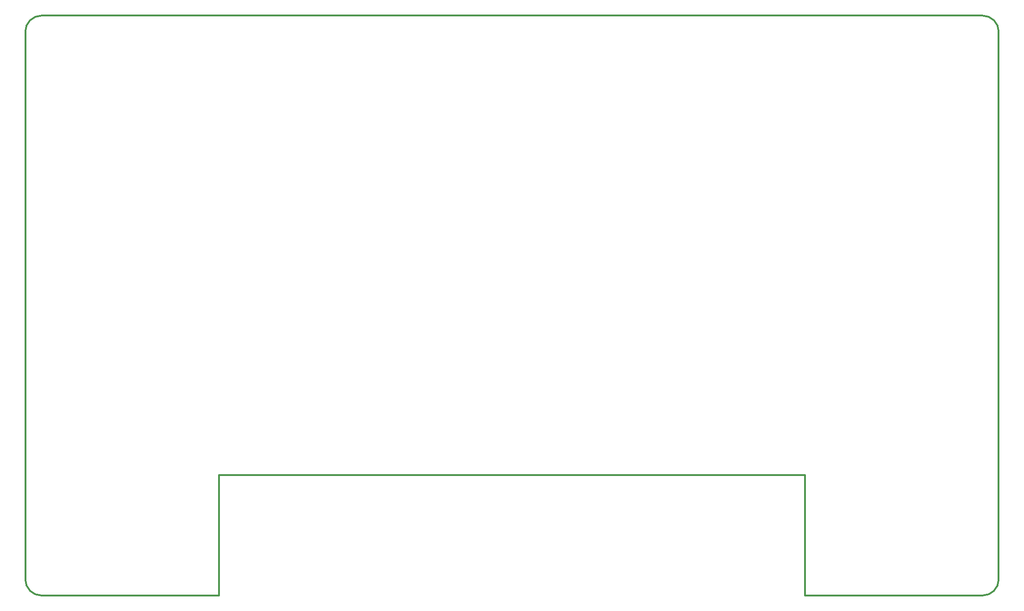
<source format=gm1>
G04 Layer_Color=16711935*
%FSLAX44Y44*%
%MOMM*%
G71*
G01*
G75*
%ADD21C,0.3500*%
D21*
X30002Y-0D02*
G03*
X2Y-30000I0J-30000D01*
G01*
X1810000Y-30002D02*
G03*
X1780000Y-2I-30000J0D01*
G01*
X1779998Y-1080001D02*
G03*
X1809998Y-1050001I0J30000D01*
G01*
X0Y-1049999D02*
G03*
X30000Y-1079999I30000J0D01*
G01*
X30001Y0D02*
X1780000D01*
X1810000Y-1050001D02*
Y-30002D01*
X-0Y-1049999D02*
Y-30000D01*
X360000Y-1079999D02*
Y-855400D01*
X1450000D01*
Y-1080000D02*
Y-855400D01*
X30000Y-1079999D02*
X360000D01*
X1450001Y-1080001D02*
X1779998D01*
X30002Y-0D02*
G03*
X2Y-30000I0J-30000D01*
G01*
X1810000Y-30002D02*
G03*
X1780000Y-2I-30000J0D01*
G01*
X1779998Y-1080001D02*
G03*
X1809998Y-1050001I0J30000D01*
G01*
X0Y-1049999D02*
G03*
X30000Y-1079999I30000J0D01*
G01*
X30001Y0D02*
X1780000D01*
X1810000Y-1050001D02*
Y-30002D01*
X-0Y-1049999D02*
Y-30000D01*
X360000Y-1079999D02*
Y-855400D01*
X1450000D01*
Y-1080000D02*
Y-855400D01*
X30000Y-1079999D02*
X360000D01*
X1450001Y-1080001D02*
X1779998D01*
M02*

</source>
